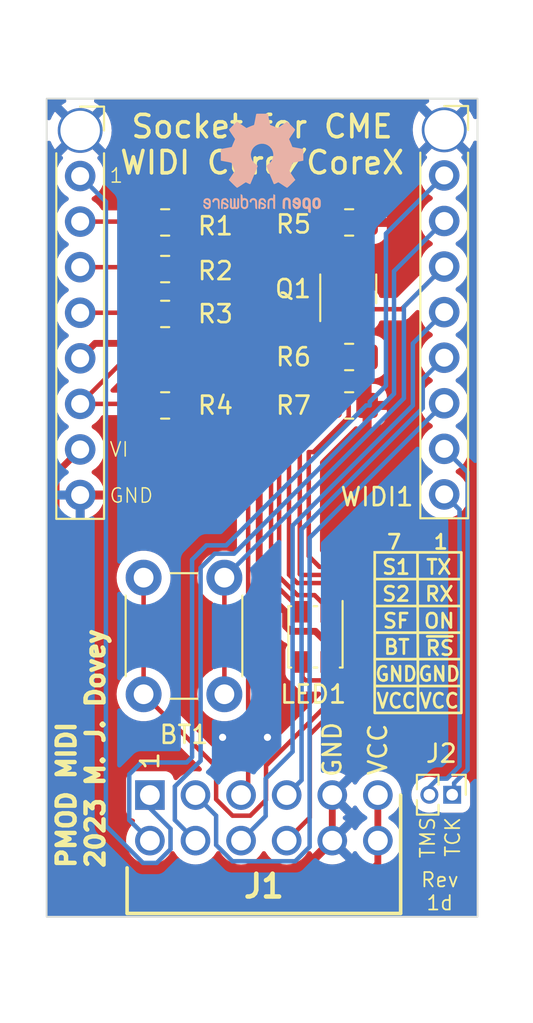
<source format=kicad_pcb>
(kicad_pcb (version 20221018) (generator pcbnew)
  (layers (0 "F.Cu" signal) (31 "B.Cu" signal) (34 "B.Paste" user) (35 "F.Paste" user) (36 "B.SilkS" user "B.Silkscreen") (37 "F.SilkS" user "F.Silkscreen") (38 "B.Mask" user) (39 "F.Mask" user) (44 "Edge.Cuts" user))
  (net 0 "")
  (net 1 "/~{BT}")
  (net 2 "/TX")
  (net 3 "/RX")
  (net 4 "/ON")
  (net 5 "/~{RS}")
  (net 6 "/S1")
  (net 7 "/3.3V")
  (net 8 "/GND")
  (net 9 "/S2")
  (net 10 "/SF")
  (net 11 "/BT")
  (net 12 "/LB")
  (net 13 "/TCK")
  (net 14 "/TMS")
  (net 15 "/LG")
  (net 16 "/LR")
  (net 17 "/V3")
  (net 18 "/GND*")
  (net 19 "/BLUE")
  (net 20 "/GREEN")
  (net 21 "/RED")
  (net 22 "/BT*")
  (footprint "Resistor_SMD:R_0805_2012Metric_Pad1.20x1.40mm_HandSolder" (layer "F.Cu") (at 116.85 57.1)
    (fp_text reference "R7" (at -3.1 0) (layer "F.SilkS"))
    (fp_text value "10k" hide)
    (pad "1" smd roundrect (at -1 0) (size 1.2 1.4) (layers "F.Cu" "F.Paste" "F.Mask") (roundrect_rratio 0.208333) (net 22 "/BT*"))
    (pad "2" smd roundrect (at 1 0) (size 1.2 1.4) (layers "F.Cu" "F.Paste" "F.Mask") (roundrect_rratio 0.208333) (net 8 "/GND"))
  )
  (footprint "Digilent:PMOD (12 Pin)" (layer "F.Cu") (at 118.45 78.8175 180)
    (fp_text reference "J1" (at 6.35 -5.08) (layer "F.SilkS") (effects (font (size 1.27 1.27) (thickness 0.254))))
    (fp_text value "PMOD (12 Pin)" hide)
    (fp_text user "VCC" (at 0 2.54 90 unlocked) (layer "F.SilkS"))
    (fp_text user "GND" (at 2.54 2.54 90 unlocked) (layer "F.SilkS"))
    (fp_text user "1" (at 12.7 1.905 90 unlocked) (layer "F.SilkS"))
    (pad "1" thru_hole rect (at 12.7 0 180) (size 1.65 1.65) (drill 1.1) (layers "*.Cu" "*.Mask") (net 2 "/TX"))
    (pad "2" thru_hole circle (at 10.16 0 180) (size 1.65 1.65) (drill 1.1) (layers "*.Cu" "*.Mask") (net 3 "/RX"))
    (pad "3" thru_hole circle (at 7.62 0 180) (size 1.65 1.65) (drill 1.1) (layers "*.Cu" "*.Mask") (net 4 "/ON"))
    (pad "4" thru_hole circle (at 5.08 0 180) (size 1.65 1.65) (drill 1.1) (layers "*.Cu" "*.Mask") (net 5 "/~{RS}"))
    (pad "5" thru_hole circle (at 2.54 0 180) (size 1.65 1.65) (drill 1.1) (layers "*.Cu" "*.Mask") (net 8 "/GND"))
    (pad "6" thru_hole circle (at 0 0 180) (size 1.65 1.65) (drill 1.1) (layers "*.Cu" "*.Mask") (net 7 "/3.3V"))
    (pad "7" thru_hole circle (at 12.7 -2.54 180) (size 1.65 1.65) (drill 1.1) (layers "*.Cu" "*.Mask") (net 6 "/S1"))
    (pad "8" thru_hole circle (at 10.16 -2.54 180) (size 1.65 1.65) (drill 1.1) (layers "*.Cu" "*.Mask") (net 9 "/S2"))
    (pad "9" thru_hole circle (at 7.62 -2.54 180) (size 1.65 1.65) (drill 1.1) (layers "*.Cu" "*.Mask") (net 10 "/SF"))
    (pad "10" thru_hole circle (at 5.08 -2.54 180) (size 1.65 1.65) (drill 1.1) (layers "*.Cu" "*.Mask") (net 11 "/BT"))
    (pad "11" thru_hole circle (at 2.54 -2.54 180) (size 1.65 1.65) (drill 1.1) (layers "*.Cu" "*.Mask") (net 8 "/GND"))
    (pad "12" thru_hole circle (at 0 -2.54 180) (size 1.65 1.65) (drill 1.1) (layers "*.Cu" "*.Mask") (net 7 "/3.3V"))
  )
  (footprint "Button_Switch_THT:SW_PUSH_6mm" (layer "F.Cu") (at 109.9 66.7 -90)
    (fp_text reference "BT1" (at 8.75 2.25) (layer "F.SilkS"))
    (fp_text value "SW_Push" hide)
    (pad "1" thru_hole circle (at 0 0) (size 2 2) (drill 1.1) (layers "*.Cu" "*.Mask") (net 1 "/~{BT}"))
    (pad "1" thru_hole circle (at 6.5 0) (size 2 2) (drill 1.1) (layers "*.Cu" "*.Mask") (net 1 "/~{BT}"))
    (pad "2" thru_hole circle (at 0 4.5) (size 2 2) (drill 1.1) (layers "*.Cu" "*.Mask") (net 18 "/GND*"))
    (pad "2" thru_hole circle (at 6.5 4.5) (size 2 2) (drill 1.1) (layers "*.Cu" "*.Mask") (net 18 "/GND*"))
  )
  (footprint "CME:CME Widi Core Socket" (layer "F.Cu") (at 101.865938 41.23375)
    (fp_text reference "WIDI1" (at 16.534062 20.96625) (layer "F.SilkS"))
    (fp_text value "~" hide)
    (fp_text user "VI" (at 1.58 18.79 unlocked) (layer "F.SilkS") (effects (font (size 0.8 0.8) (thickness 0.08)) (justify left bottom)))
    (fp_text user "1" (at 1.58 3.52 unlocked) (layer "F.SilkS") (effects (font (size 0.8 0.8) (thickness 0.08)) (justify left bottom)))
    (fp_text user "GND" (at 1.58 21.36 unlocked) (layer "F.SilkS") (effects (font (size 0.8 0.8) (thickness 0.08)) (justify left bottom)))
    (pad "1" thru_hole oval (at 0 3.08) (size 1.7 1.7) (drill 1) (layers "*.Cu" "*.Mask") (net 2 "/TX"))
    (pad "2" thru_hole oval (at 0 5.62) (size 1.7 1.7) (drill 1) (layers "*.Cu" "*.Mask") (net 12 "/LB"))
    (pad "3" thru_hole oval (at 0 8.16) (size 1.7 1.7) (drill 1) (layers "*.Cu" "*.Mask") (net 15 "/LG"))
    (pad "4" thru_hole oval (at 0 10.7) (size 1.7 1.7) (drill 1) (layers "*.Cu" "*.Mask") (net 16 "/LR"))
    (pad "5" thru_hole oval (at 0 13.24) (size 1.7 1.7) (drill 1) (layers "*.Cu" "*.Mask") (net 17 "/V3"))
    (pad "6" thru_hole oval (at 0 15.78) (size 1.7 1.7) (drill 1) (layers "*.Cu" "*.Mask") (net 4 "/ON"))
    (pad "7" thru_hole oval (at 0 18.32) (size 1.7 1.7) (drill 1) (layers "*.Cu" "*.Mask") (net 7 "/3.3V"))
    (pad "8" thru_hole circle (at 0 0.54) (size 2.5 2.5) (drill 2.2) (layers "*.Cu" "*.Mask") (net 8 "/GND"))
    (pad "8" thru_hole oval (at 0 20.86) (size 1.7 1.7) (drill 1) (layers "*.Cu" "*.Mask") (net 8 "/GND"))
    (pad "8" thru_hole circle (at 20.28 0.506) (size 2.5 2.5) (drill 2.2) (layers "*.Cu" "*.Mask") (net 8 "/GND"))
    (pad "9" thru_hole oval (at 20.28 20.826) (size 1.7 1.7) (drill 1) (layers "*.Cu" "*.Mask") (net 14 "/TMS"))
    (pad "10" thru_hole oval (at 20.28 18.286) (size 1.7 1.7) (drill 1) (layers "*.Cu" "*.Mask") (net 13 "/TCK"))
    (pad "11" thru_hole oval (at 20.28 15.746) (size 1.7 1.7) (drill 1) (layers "*.Cu" "*.Mask") (net 3 "/RX"))
    (pad "12" thru_hole oval (at 20.28 13.206) (size 1.7 1.7) (drill 1) (layers "*.Cu" "*.Mask") (net 5 "/~{RS}"))
    (pad "13" thru_hole oval (at 20.28 10.666) (size 1.7 1.7) (drill 1) (layers "*.Cu" "*.Mask") (net 10 "/SF"))
    (pad "14" thru_hole oval (at 20.28 8.126) (size 1.7 1.7) (drill 1) (layers "*.Cu" "*.Mask") (net 1 "/~{BT}"))
    (pad "15" thru_hole oval (at 20.28 5.586) (size 1.7 1.7) (drill 1) (layers "*.Cu" "*.Mask") (net 9 "/S2"))
    (pad "16" thru_hole oval (at 20.28 3.046) (size 1.7 1.7) (drill 1) (layers "*.Cu" "*.Mask") (net 6 "/S1"))
  )
  (footprint "Resistor_SMD:R_0805_2012Metric_Pad1.20x1.40mm_HandSolder" (layer "F.Cu") (at 106.6 49.5 180)
    (fp_text reference "R2" (at -2.8 -0.1) (layer "F.SilkS"))
    (fp_text value "680" hide)
    (pad "1" smd roundrect (at -1 0 180) (size 1.2 1.4) (layers "F.Cu" "F.Paste" "F.Mask") (roundrect_rratio 0.208333) (net 20 "/GREEN"))
    (pad "2" smd roundrect (at 1 0 180) (size 1.2 1.4) (layers "F.Cu" "F.Paste" "F.Mask") (roundrect_rratio 0.208333) (net 15 "/LG"))
  )
  (footprint "Resistor_SMD:R_0805_2012Metric_Pad1.20x1.40mm_HandSolder" (layer "F.Cu") (at 106.6 57.1 180)
    (fp_text reference "R4" (at -2.8 0) (layer "F.SilkS"))
    (fp_text value "1k" hide)
    (pad "1" smd roundrect (at -1 0 180) (size 1.2 1.4) (layers "F.Cu" "F.Paste" "F.Mask") (roundrect_rratio 0.208333) (net 8 "/GND"))
    (pad "2" smd roundrect (at 1 0 180) (size 1.2 1.4) (layers "F.Cu" "F.Paste" "F.Mask") (roundrect_rratio 0.208333) (net 4 "/ON"))
  )
  (footprint "Connector_PinHeader_1.27mm:PinHeader_1x02_P1.27mm_Vertical" (layer "F.Cu") (at 122.59 78.8 -90)
    (fp_text reference "J2" (at -2.3 0.6) (layer "F.SilkS"))
    (fp_text value "Conn_01x02_Pin" hide)
    (pad "1" thru_hole rect (at 0 0 270) (size 1 1) (drill 0.65) (layers "*.Cu" "*.Mask") (net 13 "/TCK"))
    (pad "2" thru_hole oval (at 0 1.27 270) (size 1 1) (drill 0.65) (layers "*.Cu" "*.Mask") (net 14 "/TMS"))
  )
  (footprint "Resistor_SMD:R_0805_2012Metric_Pad1.20x1.40mm_HandSolder" (layer "F.Cu") (at 116.85 46.9 180)
    (fp_text reference "R5" (at 3.1 -0.1) (layer "F.SilkS"))
    (fp_text value "680" hide)
    (pad "1" smd roundrect (at -1 0 180) (size 1.2 1.4) (layers "F.Cu" "F.Paste" "F.Mask") (roundrect_rratio 0.208333) (net 8 "/GND"))
    (pad "2" smd roundrect (at 1 0 180) (size 1.2 1.4) (layers "F.Cu" "F.Paste" "F.Mask") (roundrect_rratio 0.208333) (net 18 "/GND*"))
  )
  (footprint "Resistor_SMD:R_0805_2012Metric_Pad1.20x1.40mm_HandSolder" (layer "F.Cu") (at 106.6 46.9 180)
    (fp_text reference "R1" (at -2.8 -0.2) (layer "F.SilkS"))
    (fp_text value "680" hide)
    (pad "1" smd roundrect (at -1 0 180) (size 1.2 1.4) (layers "F.Cu" "F.Paste" "F.Mask") (roundrect_rratio 0.208333) (net 19 "/BLUE"))
    (pad "2" smd roundrect (at 1 0 180) (size 1.2 1.4) (layers "F.Cu" "F.Paste" "F.Mask") (roundrect_rratio 0.208333) (net 12 "/LB"))
  )
  (footprint "Resistor_SMD:R_0805_2012Metric_Pad1.20x1.40mm_HandSolder" (layer "F.Cu") (at 116.85 54.4)
    (fp_text reference "R6" (at -3.1 0) (layer "F.SilkS"))
    (fp_text value "1k" hide)
    (pad "1" smd roundrect (at -1 0) (size 1.2 1.4) (layers "F.Cu" "F.Paste" "F.Mask") (roundrect_rratio 0.208333) (net 22 "/BT*"))
    (pad "2" smd roundrect (at 1 0) (size 1.2 1.4) (layers "F.Cu" "F.Paste" "F.Mask") (roundrect_rratio 0.208333) (net 11 "/BT"))
  )
  (footprint "Resistor_SMD:R_0805_2012Metric_Pad1.20x1.40mm_HandSolder" (layer "F.Cu") (at 106.6 52 180)
    (fp_text reference "R3" (at -2.8 0) (layer "F.SilkS"))
    (fp_text value "820" hide)
    (pad "1" smd roundrect (at -1 0 180) (size 1.2 1.4) (layers "F.Cu" "F.Paste" "F.Mask") (roundrect_rratio 0.208333) (net 21 "/RED"))
    (pad "2" smd roundrect (at 1 0 180) (size 1.2 1.4) (layers "F.Cu" "F.Paste" "F.Mask") (roundrect_rratio 0.208333) (net 16 "/LR"))
  )
  (footprint "Package_TO_SOT_SMD:SOT-23-3" (layer "F.Cu") (at 116.8 50.6 90)
    (fp_text reference "Q1" (at 0 -3.07619 180) (layer "F.SilkS"))
    (fp_text value "Q_NPN_BCE" hide)
    (pad "1" smd roundrect (at -1.1375 -0.95 90) (size 1.325 0.6) (layers "F.Cu" "F.Paste" "F.Mask") (net 22 "/BT*"))
    (pad "2" smd roundrect (at -1.1375 0.95 90) (size 1.325 0.6) (layers "F.Cu" "F.Paste" "F.Mask") (net 1 "/~{BT}"))
    (pad "3" smd roundrect (at 1.1375 0 90) (size 1.325 0.6) (layers "F.Cu" "F.Paste" "F.Mask") (net 18 "/GND*"))
  )
  (footprint "LED_SMD:LED_Kingbright_AAA3528ESGCT" (layer "F.Cu") (at 114.975 70 -90)
    (fp_text reference "LED1" (at 3.2 0.125) (layer "F.SilkS"))
    (fp_text value "LED_ABGR" hide)
    (pad "1" smd rect (at -1.4 -0.725 270) (size 1.2 0.9) (layers "F.Cu" "F.Paste" "F.Mask") (net 21 "/RED"))
    (pad "2" smd rect (at 1.4 -0.725 270) (size 1.2 0.9) (layers "F.Cu" "F.Paste" "F.Mask") (net 17 "/V3"))
    (pad "3" smd rect (at 1.4 0.725 270) (size 1.2 0.9) (layers "F.Cu" "F.Paste" "F.Mask") (net 19 "/BLUE"))
    (pad "4" smd rect (at -1.4 0.725 270) (size 1.2 0.9) (layers "F.Cu" "F.Paste" "F.Mask") (net 20 "/GREEN"))
  )
  (footprint "Symbol:OSHW-Logo2_7.3x6mm_SilkScreen" (layer "B.Cu") (at 112 43.6 180)
    (fp_text reference "REF**" hide)
    (fp_text value "OSHW-Logo2_7.3x6mm_SilkScreen" hide)
  )
  (gr_line (start 118.2746 69.765) (end 123.1 69.765) (stroke (width 0.15)) (layer "F.SilkS"))
  (gr_rect (start 118.2746 65.29) (end 123.1 74.24) (stroke (width 0.15)) (fill none) (layer "F.SilkS"))
  (gr_line (start 118.27 71.24) (end 123.07 71.24) (stroke (width 0.15)) (layer "F.SilkS"))
  (gr_line (start 118.3 72.74) (end 123.07 72.74) (stroke (width 0.15)) (layer "F.SilkS"))
  (gr_line (start 120.6873 74.24) (end 120.6573 65.33) (stroke (width 0.15)) (layer "F.SilkS"))
  (gr_line (start 118.27 66.78) (end 123.07 66.78) (stroke (width 0.15)) (layer "F.SilkS"))
  (gr_line (start 118.27 68.28) (end 123.07 68.28) (stroke (width 0.15)) (layer "F.SilkS"))
  (gr_rect (start 100 40) (end 124 85.6) (stroke (width 0.1)) (fill none) (layer "Edge.Cuts"))
  (gr_text "ON" (at 121.87 69.58) (layer "F.SilkS") (effects (font (size 0.8 0.8) (thickness 0.15) bold) (justify bottom)))
  (gr_text "S1" (at 119.47 66.58) (layer "F.SilkS") (effects (font (size 0.8 0.8) (thickness 0.15) bold) (justify bottom)))
  (gr_text "VCC" (at 119.47 74.04) (layer "F.SilkS") (effects (font (size 0.8 0.75) (thickness 0.15) bold) (justify bottom)))
  (gr_text "VCC" (at 121.87 74.04) (layer "F.SilkS") (effects (font (size 0.8 0.75) (thickness 0.15) bold) (justify bottom)))
  (gr_text "Rev\n1d\n" (at 121.9 85.3) (layer "F.SilkS") (effects (font (size 0.8 0.8) (thickness 0.1)) (justify bottom)))
  (gr_text "GND" (at 119.47 72.54) (layer "F.SilkS") (effects (font (size 0.8 0.75) (thickness 0.15) bold) (justify bottom)))
  (gr_text "7" (at 119.3573 65.18) (layer "F.SilkS") (effects (font (size 0.8 0.8) (thickness 0.15) bold) (justify bottom)))
  (gr_text "TCK" (at 123.09 82.323809 90) (layer "F.SilkS") (effects (font (size 0.8 0.8) (thickness 0.1)) (justify left bottom)))
  (gr_text "Socket for CME\nWIDI Core/CoreX" (at 112 44.3) (layer "F.SilkS") (effects (font (size 1.25 1.25) (thickness 0.2)) (justify bottom)))
  (gr_text "TX" (at 121.845 66.58) (layer "F.SilkS") (effects (font (size 0.8 0.8) (thickness 0.15) bold) (justify bottom)))
  (gr_text "RX" (at 121.87 68.08) (layer "F.SilkS") (effects (font (size 0.8 0.8) (thickness 0.15) bold) (justify bottom)))
  (gr_text "~{RS}" (at 121.9 71.1) (layer "F.SilkS") (effects (font (size 0.8 0.8) (thickness 0.15) bold) (justify bottom)))
  (gr_text "SF" (at 119.47 69.58) (layer "F.SilkS") (effects (font (size 0.8 0.8) (thickness 0.15) bold) (justify bottom)))
  (gr_text "S2" (at 119.47 68.08) (layer "F.SilkS") (effects (font (size 0.8 0.8) (thickness 0.15) bold) (justify bottom)))
  (gr_text "BT" (at 119.5 71.04) (layer "F.SilkS") (effects (font (size 0.8 0.8) (thickness 0.15) bold) (justify bottom)))
  (gr_text "1" (at 121.9573 65.18) (layer "F.SilkS") (effects (font (size 0.8 0.8) (thickness 0.15) bold) (justify bottom)))
  (gr_text "PMOD MIDI\n2023 M. J. Dovey" (at 103.3 83 90) (layer "F.SilkS") (effects (font (size 1 1) (thickness 0.25) bold) (justify left bottom)))
  (gr_text "TMS" (at 121.69 82.4 90) (layer "F.SilkS") (effects (font (size 0.8 0.8) (thickness 0.1)) (justify left bottom)))
  (gr_text "GND" (at 121.87 72.54) (layer "F.SilkS") (effects (font (size 0.8 0.75) (thickness 0.15) bold) (justify bottom)))
  (segment (start 117.75 51.7375) (end 119.768188 51.7375) (width 0.25) (layer "F.Cu") (net 1))
  (segment (start 109.9 66.7) (end 109.9 73.2) (width 0.25) (layer "F.Cu") (net 1))
  (segment (start 119.768188 51.7375) (end 122.145938 49.35975) (width 0.25) (layer "F.Cu") (net 1))
  (segment (start 119.9 56.7) (end 119.9 51.605688) (width 0.25) (layer "B.Cu") (net 1))
  (segment (start 119.9 51.605688) (end 122.145938 49.35975) (width 0.25) (layer "B.Cu") (net 1))
  (segment (start 109.9 66.7) (end 119.9 56.7) (width 0.25) (layer "B.Cu") (net 1))
  (segment (start 106.9 80.7) (end 105.75 79.55) (width 0.25) (layer "B.Cu") (net 2))
  (segment (start 103.3 45.747812) (end 103.3 80.533846) (width 0.25) (layer "B.Cu") (net 2))
  (segment (start 106.133846 82.6) (end 106.9 81.833846) (width 0.25) (layer "B.Cu") (net 2))
  (segment (start 103.3 80.533846) (end 105.366154 82.6) (width 0.25) (layer "B.Cu") (net 2))
  (segment (start 105.75 79.55) (end 105.75 78.8175) (width 0.25) (layer "B.Cu") (net 2))
  (segment (start 101.865938 44.31375) (end 103.3 45.747812) (width 0.25) (layer "B.Cu") (net 2))
  (segment (start 106.9 81.833846) (end 106.9 80.7) (width 0.25) (layer "B.Cu") (net 2))
  (segment (start 105.366154 82.6) (end 106.133846 82.6) (width 0.25) (layer "B.Cu") (net 2))
  (segment (start 109.44 81.6) (end 109.44 79.9675) (width 0.25) (layer "B.Cu") (net 3))
  (segment (start 113.846346 82.5075) (end 110.3475 82.5075) (width 0.25) (layer "B.Cu") (net 3))
  (segment (start 114.65 81.703846) (end 113.846346 82.5075) (width 0.25) (layer "B.Cu") (net 3))
  (segment (start 114.65 64.475688) (end 114.65 81.703846) (width 0.25) (layer "B.Cu") (net 3))
  (segment (start 110.3475 82.5075) (end 109.44 81.6) (width 0.25) (layer "B.Cu") (net 3))
  (segment (start 122.145938 56.97975) (end 114.65 64.475688) (width 0.25) (layer "B.Cu") (net 3))
  (segment (start 109.44 79.9675) (end 108.29 78.8175) (width 0.25) (layer "B.Cu") (net 3))
  (segment (start 104.479688 54.4) (end 108.1 54.4) (width 0.25) (layer "F.Cu") (net 4))
  (segment (start 101.865938 57.01375) (end 105.51375 57.01375) (width 0.25) (layer "F.Cu") (net 4))
  (segment (start 101.865938 57.01375) (end 104.479688 54.4) (width 0.25) (layer "F.Cu") (net 4))
  (segment (start 108.1 54.4) (end 111.225 57.525) (width 0.25) (layer "F.Cu") (net 4))
  (segment (start 111.225 57.525) (end 111.225 78.4225) (width 0.25) (layer "F.Cu") (net 4))
  (segment (start 105.51375 57.01375) (end 105.6 57.1) (width 0.25) (layer "F.Cu") (net 4))
  (segment (start 111.225 78.4225) (end 110.83 78.8175) (width 0.25) (layer "F.Cu") (net 4))
  (segment (start 114.2 64) (end 120.95 57.25) (width 0.25) (layer "B.Cu") (net 5))
  (segment (start 120.95 57.25) (end 120.95 55.635688) (width 0.25) (layer "B.Cu") (net 5))
  (segment (start 114.2 77.9875) (end 114.2 64) (width 0.25) (layer "B.Cu") (net 5))
  (segment (start 113.37 78.8175) (end 114.2 77.9875) (width 0.25) (layer "B.Cu") (net 5))
  (segment (start 120.95 55.635688) (end 122.145938 54.43975) (width 0.25) (layer "B.Cu") (net 5))
  (segment (start 108.9 64.9) (end 110 64.9) (width 0.25) (layer "B.Cu") (net 6))
  (segment (start 108.1 76.7) (end 108.1 65.7) (width 0.25) (layer "B.Cu") (net 6))
  (segment (start 110 64.9) (end 117.8 57.1) (width 0.25) (layer "B.Cu") (net 6))
  (segment (start 118.9 47.525688) (end 122.145938 44.27975) (width 0.25) (layer "B.Cu") (net 6))
  (segment (start 104.6 80.2075) (end 104.6 77.6675) (width 0.25) (layer "B.Cu") (net 6))
  (segment (start 118 57.1) (end 118 56.9) (width 0.25) (layer "B.Cu") (net 6))
  (segment (start 104.6 77.6675) (end 105.2675 77) (width 0.25) (layer "B.Cu") (net 6))
  (segment (start 118 56.9) (end 118.9 56) (width 0.25) (layer "B.Cu") (net 6))
  (segment (start 105.75 81.3575) (end 104.6 80.2075) (width 0.25) (layer "B.Cu") (net 6))
  (segment (start 107.8 77) (end 108.1 76.7) (width 0.25) (layer "B.Cu") (net 6))
  (segment (start 118.9 56) (end 118.9 47.525688) (width 0.25) (layer "B.Cu") (net 6))
  (segment (start 108.1 65.7) (end 108.9 64.9) (width 0.25) (layer "B.Cu") (net 6))
  (segment (start 117.8 57.1) (end 118 57.1) (width 0.25) (layer "B.Cu") (net 6))
  (segment (start 105.2675 77) (end 107.8 77) (width 0.25) (layer "B.Cu") (net 6))
  (segment (start 100.525938 79.625938) (end 105.2 84.3) (width 0.38) (layer "F.Cu") (net 7))
  (segment (start 118.45 78.8175) (end 118.45 81.3575) (width 0.38) (layer "F.Cu") (net 7))
  (segment (start 101.865938 59.55375) (end 100.525938 60.89375) (width 0.38) (layer "F.Cu") (net 7))
  (segment (start 118.45 82.65) (end 118.45 81.3575) (width 0.38) (layer "F.Cu") (net 7))
  (segment (start 105.2 84.3) (end 116.8 84.3) (width 0.38) (layer "F.Cu") (net 7))
  (segment (start 100.525938 60.89375) (end 100.525938 79.625938) (width 0.38) (layer "F.Cu") (net 7))
  (segment (start 116.8 84.3) (end 118.45 82.65) (width 0.38) (layer "F.Cu") (net 7))
  (segment (start 115.91 78.8175) (end 115.91 81.3575) (width 0.38) (layer "F.Cu") (net 8))
  (via (at 112.3 75.6) (size 0.8) (drill 0.4) (layers "F.Cu" "B.Cu") (net 8))
  (via (at 109.8 75.6) (size 0.8) (drill 0.4) (layers "F.Cu" "B.Cu") (net 8))
  (segment (start 108.575 76.906154) (end 107.14 78.341154) (width 0.25) (layer "B.Cu") (net 9))
  (segment (start 107.14 80.2075) (end 108.29 81.3575) (width 0.25) (layer "B.Cu") (net 9))
  (segment (start 108.575 66.151167) (end 108.575 76.906154) (width 0.25) (layer "B.Cu") (net 9))
  (segment (start 122.145938 46.81975) (end 119.35 49.615688) (width 0.25) (layer "B.Cu") (net 9))
  (segment (start 119.35 49.615688) (end 119.35 56.45) (width 0.25) (layer "B.Cu") (net 9))
  (segment (start 107.14 78.341154) (end 107.14 80.2075) (width 0.25) (layer "B.Cu") (net 9))
  (segment (start 110.436917 65.363083) (end 109.363083 65.363083) (width 0.25) (layer "B.Cu") (net 9))
  (segment (start 109.363083 65.363083) (end 108.575 66.151167) (width 0.25) (layer "B.Cu") (net 9))
  (segment (start 119.35 56.45) (end 110.436917 65.363083) (width 0.25) (layer "B.Cu") (net 9))
  (segment (start 120.4 57.1) (end 120.4 53.645688) (width 0.25) (layer "B.Cu") (net 10))
  (segment (start 112.2 77.9) (end 113.7 76.4) (width 0.25) (layer "B.Cu") (net 10))
  (segment (start 112.2 79.9875) (end 112.2 77.9) (width 0.25) (layer "B.Cu") (net 10))
  (segment (start 113.7 63.8) (end 120.4 57.1) (width 0.25) (layer "B.Cu") (net 10))
  (segment (start 110.83 81.3575) (end 112.2 79.9875) (width 0.25) (layer "B.Cu") (net 10))
  (segment (start 113.7 76.4) (end 113.7 63.8) (width 0.25) (layer "B.Cu") (net 10))
  (segment (start 120.4 53.645688) (end 122.145938 51.89975) (width 0.25) (layer "B.Cu") (net 10))
  (segment (start 116.825 57.738173) (end 116.825 55.425) (width 0.25) (layer "F.Cu") (net 11))
  (segment (start 114.863173 59.7) (end 116.825 57.738173) (width 0.25) (layer "F.Cu") (net 11))
  (segment (start 114.66 80.0675) (end 114.66 75.44) (width 0.25) (layer "F.Cu") (net 11))
  (segment (start 115.2 66.1) (end 114.6 65.5) (width 0.25) (layer "F.Cu") (net 11))
  (segment (start 114.66 75.44) (end 117.6 72.5) (width 0.25) (layer "F.Cu") (net 11))
  (segment (start 116.2 66.1) (end 115.2 66.1) (width 0.25) (layer "F.Cu") (net 11))
  (segment (start 114.6 65.5) (end 114.6 59.7) (width 0.25) (layer "F.Cu") (net 11))
  (segment (start 114.6 59.7) (end 114.863173 59.7) (width 0.25) (layer "F.Cu") (net 11))
  (segment (start 117.6 67.5) (end 116.2 66.1) (width 0.25) (layer "F.Cu") (net 11))
  (segment (start 117.6 72.5) (end 117.6 67.5) (width 0.25) (layer "F.Cu") (net 11))
  (segment (start 116.825 55.425) (end 117.85 54.4) (width 0.25) (layer "F.Cu") (net 11))
  (segment (start 113.37 81.3575) (end 114.66 80.0675) (width 0.25) (layer "F.Cu") (net 11))
  (segment (start 101.865938 46.85375) (end 105.55375 46.85375) (width 0.25) (layer "F.Cu") (net 12))
  (segment (start 105.55375 46.85375) (end 105.6 46.9) (width 0.25) (layer "F.Cu") (net 12))
  (segment (start 123.45 60.823812) (end 123.45 77.4) (width 0.25) (layer "B.Cu") (net 13))
  (segment (start 122.7 79) (end 122.7 78.15) (width 0.25) (layer "B.Cu") (net 13))
  (segment (start 122.145938 59.51975) (end 123.45 60.823812) (width 0.25) (layer "B.Cu") (net 13))
  (segment (start 122.7 78.15) (end 123.45 77.4) (width 0.25) (layer "B.Cu") (net 13))
  (segment (start 121.32 78.8) (end 121.32 78.38) (width 0.25) (layer "B.Cu") (net 14))
  (segment (start 123 77.2) (end 123 62.913812) (width 0.25) (layer "B.Cu") (net 14))
  (segment (start 121.32 78.38) (end 121.8 77.9) (width 0.25) (layer "B.Cu") (net 14))
  (segment (start 122.3 77.9) (end 123 77.2) (width 0.25) (layer "B.Cu") (net 14))
  (segment (start 123 62.913812) (end 122.145938 62.05975) (width 0.25) (layer "B.Cu") (net 14))
  (segment (start 121.8 77.9) (end 122.3 77.9) (width 0.25) (layer "B.Cu") (net 14))
  (segment (start 105.49375 49.39375) (end 105.6 49.5) (width 0.25) (layer "F.Cu") (net 15))
  (segment (start 101.865938 49.39375) (end 105.49375 49.39375) (width 0.25) (layer "F.Cu") (net 15))
  (segment (start 101.865938 51.93375) (end 105.53375 51.93375) (width 0.25) (layer "F.Cu") (net 16))
  (segment (start 105.53375 51.93375) (end 105.6 52) (width 0.25) (layer "F.Cu") (net 16))
  (segment (start 115.7 70.42) (end 115.7 71.4) (width 0.38) (layer "F.Cu") (net 17))
  (segment (start 111.84 57.270259) (end 111.84 67.14) (width 0.38) (layer "F.Cu") (net 17))
  (segment (start 108.209741 53.64) (end 102.699688 53.64) (width 0.38) (layer "F.Cu") (net 17))
  (segment (start 113.59 69.69) (end 114.97 69.69) (width 0.38) (layer "F.Cu") (net 17))
  (segment (start 113.31 69.41) (end 113.59 69.69) (width 0.38) (layer "F.Cu") (net 17))
  (segment (start 113.31 68.61) (end 113.31 69.41) (width 0.38) (layer "F.Cu") (net 17))
  (segment (start 111.84 67.14) (end 113.31 68.61) (width 0.38) (layer "F.Cu") (net 17))
  (segment (start 102.699688 53.64) (end 101.865938 54.47375) (width 0.38) (layer "F.Cu") (net 17))
  (segment (start 114.97 69.69) (end 115.7 70.42) (width 0.38) (layer "F.Cu") (net 17))
  (segment (start 108.209741 53.64) (end 111.84 57.270259) (width 0.38) (layer "F.Cu") (net 17))
  (segment (start 105.4 73.2) (end 109.44 77.24) (width 0.25) (layer "F.Cu") (net 18))
  (segment (start 112.22 79.0875) (end 112.22 77.18) (width 0.25) (layer "F.Cu") (net 18))
  (segment (start 114.1 52.153249) (end 116.790749 49.4625) (width 0.25) (layer "F.Cu") (net 18))
  (segment (start 117.1 67.663604) (end 115.986396 66.55) (width 0.25) (layer "F.Cu") (net 18))
  (segment (start 105.4 66.7) (end 105.4 73.2) (width 0.25) (layer "F.Cu") (net 18))
  (segment (start 109.44 77.24) (end 109.44 79.053846) (width 0.25) (layer "F.Cu") (net 18))
  (segment (start 116.8 47.85) (end 116.8 49.4625) (width 0.25) (layer "F.Cu") (net 18))
  (segment (start 117.1 72.3) (end 117.1 67.663604) (width 0.25) (layer "F.Cu") (net 18))
  (segment (start 110.353654 79.9675) (end 111.34 79.9675) (width 0.25) (layer "F.Cu") (net 18))
  (segment (start 112.22 77.18) (end 117.1 72.3) (width 0.25) (layer "F.Cu") (net 18))
  (segment (start 115.85 46.9) (end 116.8 47.85) (width 0.25) (layer "F.Cu") (net 18))
  (segment (start 114.15 66.55) (end 114.1 66.5) (width 0.25) (layer "F.Cu") (net 18))
  (segment (start 109.44 79.053846) (end 110.353654 79.9675) (width 0.25) (layer "F.Cu") (net 18))
  (segment (start 116.790749 49.4625) (end 116.8 49.4625) (width 0.25) (layer "F.Cu") (net 18))
  (segment (start 114.1 66.5) (end 114.1 52.153249) (width 0.25) (layer "F.Cu") (net 18))
  (segment (start 115.986396 66.55) (end 114.15 66.55) (width 0.25) (layer "F.Cu") (net 18))
  (segment (start 111.34 79.9675) (end 112.22 79.0875) (width 0.25) (layer "F.Cu") (net 18))
  (segment (start 113.5 56.7) (end 109.1 52.3) (width 0.25) (layer "F.Cu") (net 19))
  (segment (start 107.6 47.8) (end 107.6 46.9) (width 0.25) (layer "F.Cu") (net 19))
  (segment (start 116.6 67.927208) (end 115.672792 67) (width 0.25) (layer "F.Cu") (net 19))
  (segment (start 116.6 72.163604) (end 116.6 67.927208) (width 0.25) (layer "F.Cu") (net 19))
  (segment (start 109.1 49.3) (end 107.6 47.8) (width 0.25) (layer "F.Cu") (net 19))
  (segment (start 114.25 71.4) (end 114.25 72.25) (width 0.25) (layer "F.Cu") (net 19))
  (segment (start 115.672792 67) (end 113.963604 67) (width 0.25) (layer "F.Cu") (net 19))
  (segment (start 113.963604 67) (end 113.5 66.536396) (width 0.25) (layer "F.Cu") (net 19))
  (segment (start 113.5 66.536396) (end 113.5 56.7) (width 0.25) (layer "F.Cu") (net 19))
  (segment (start 116.338604 72.425) (end 116.6 72.163604) (width 0.25) (layer "F.Cu") (net 19))
  (segment (start 109.1 52.3) (end 109.1 49.3) (width 0.25) (layer "F.Cu") (net 19))
  (segment (start 114.25 72.25) (end 114.425 72.425) (width 0.25) (layer "F.Cu") (net 19))
  (segment (start 114.425 72.425) (end 116.338604 72.425) (width 0.25) (layer "F.Cu") (net 19))
  (segment (start 108.464482 53.025) (end 112.5 57.060518) (width 0.25) (layer "F.Cu") (net 20))
  (segment (start 106.675 50.425) (end 106.675 52.688173) (width 0.25) (layer "F.Cu") (net 20))
  (segment (start 106.675 52.688173) (end 107.011827 53.025) (width 0.25) (layer "F.Cu") (net 20))
  (segment (start 107.6 49.5) (end 106.675 50.425) (width 0.25) (layer "F.Cu") (net 20))
  (segment (start 112.5 57.060518) (end 112.5 66.85) (width 0.25) (layer "F.Cu") (net 20))
  (segment (start 112.5 66.85) (end 114.25 68.6) (width 0.25) (layer "F.Cu") (net 20))
  (segment (start 107.011827 53.025) (end 108.464482 53.025) (width 0.25) (layer "F.Cu") (net 20))
  (segment (start 112.95 66.65) (end 112.95 56.85) (width 0.25) (layer "F.Cu") (net 21))
  (segment (start 108.1 52) (end 107.6 52) (width 0.25) (layer "F.Cu") (net 21))
  (segment (start 113.975 67.675) (end 112.95 66.65) (width 0.25) (layer "F.Cu") (net 21))
  (segment (start 115.7 68.6) (end 115.7 68.45) (width 0.25) (layer "F.Cu") (net 21))
  (segment (start 114.925 67.675) (end 113.975 67.675) (width 0.25) (layer "F.Cu") (net 21))
  (segment (start 115.7 68.45) (end 114.925 67.675) (width 0.25) (layer "F.Cu") (net 21))
  (segment (start 112.95 56.85) (end 108.1 52) (width 0.25) (layer "F.Cu") (net 21))
  (segment (start 115.85 57.1) (end 115.85 54.4) (width 0.25) (layer "F.Cu") (net 22))
  (segment (start 115.85 54.4) (end 115.85 51.7375) (width 0.25) (layer "F.Cu") (net 22))
  (zone (net 8) (net_name "/GND") (layers "F&B.Cu") (connect_pads (clearance 0.5)) (min_thickness 0.25) (fill yes (thermal_gap 0.5) (thermal_bridge_width 0.5))
    (polygon (pts (xy 97.4 38) (xy 127.1 38) (xy 127.1 89.6) (xy 97.7 89.6) (xy 97.5 37.9)))
  )
)
</source>
